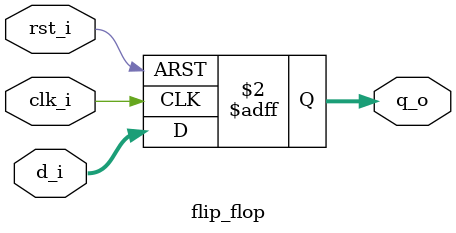
<source format=sv>
`timescale 1ns / 1ps

module flip_flop #(
  parameter Width = 32
) (
  input                    clk_i,
  input                    rst_i,
  input        [Width-1:0] d_i,
  output logic [Width-1:0] q_o
);
  always_ff @(posedge clk_i or posedge rst_i) begin
    if (rst_i) q_o <= '0;
    else q_o <= d_i;
  end
endmodule : flip_flop

</source>
